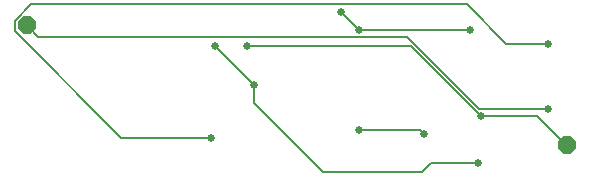
<source format=gbr>
G04 EAGLE Gerber RS-274X export*
G75*
%MOMM*%
%FSLAX34Y34*%
%LPD*%
%INBottom Copper*%
%IPPOS*%
%AMOC8*
5,1,8,0,0,1.08239X$1,22.5*%
G01*
%ADD10P,1.649562X8X22.500000*%
%ADD11C,0.152400*%
%ADD12C,0.654800*%


D10*
X482600Y25400D03*
X25400Y127000D03*
D11*
X408432Y56388D02*
X466344Y56388D01*
X408432Y56388D02*
X347472Y117348D01*
X35052Y117348D01*
X25400Y127000D01*
D12*
X466344Y56388D03*
D11*
X457200Y50292D02*
X409956Y50292D01*
X457200Y50292D02*
X481584Y25908D01*
X482600Y25400D01*
X350520Y109728D02*
X211836Y109728D01*
X350520Y109728D02*
X409956Y50292D01*
D12*
X409956Y50292D03*
X211836Y109728D03*
D11*
X291084Y138684D02*
X306324Y123444D01*
X400812Y123444D01*
D12*
X291084Y138684D03*
X306324Y123444D03*
X400812Y123444D03*
D11*
X431292Y111252D02*
X466344Y111252D01*
X431292Y111252D02*
X397764Y144780D01*
X28956Y144780D01*
X15240Y131064D01*
X15240Y121920D01*
X105156Y32004D01*
X181356Y32004D01*
D12*
X466344Y111252D03*
X181356Y32004D03*
D11*
X306324Y38100D02*
X358140Y38100D01*
X361188Y35052D01*
D12*
X306324Y38100D03*
X361188Y35052D03*
D11*
X217932Y76200D02*
X184404Y109728D01*
X367284Y10668D02*
X406908Y10668D01*
X367284Y10668D02*
X359664Y3048D01*
X275844Y3048D01*
X217932Y60960D01*
X217932Y76200D01*
D12*
X184404Y109728D03*
X217932Y76200D03*
X406908Y10668D03*
M02*

</source>
